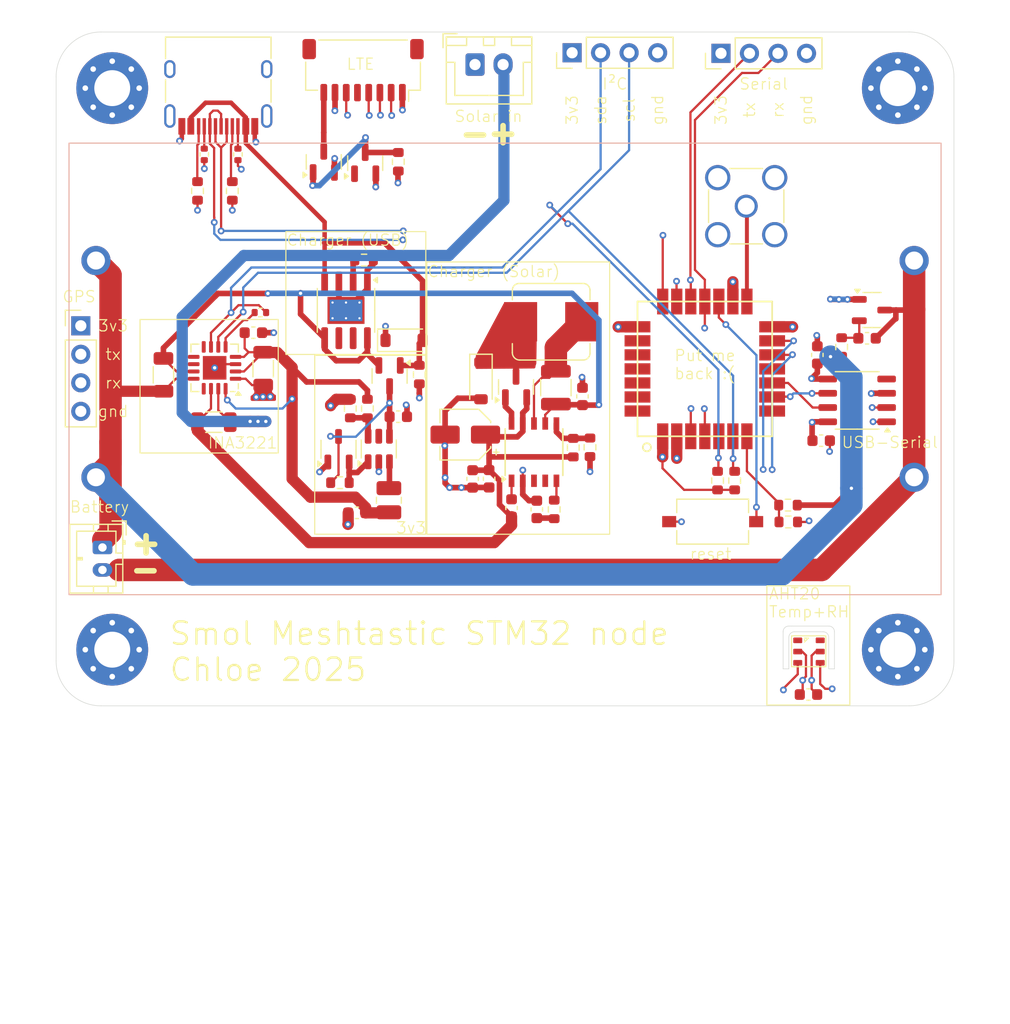
<source format=kicad_pcb>
(kicad_pcb (version 20241229) (generator "pcbnew") (generator_version "9.0")
  (layers (0 "F.Cu" signal) (4 "In1.Cu" signal) (6 "In2.Cu" signal) (2 "B.Cu" signal) (13 "F.Paste" user) (15 "B.Paste" user) (5 "F.SilkS" user "F.Silkscreen") (7 "B.SilkS" user "B.Silkscreen") (1 "F.Mask" user) (3 "B.Mask" user) (25 "Edge.Cuts" user))
  (net 0 "")
  (net 1 "Net-(Q1-G)")
  (net 2 "GND")
  (net 3 "+3V3")
  (net 4 "/usb_d+")
  (net 5 "/usb_d-")
  (net 6 "/lte_netlight")
  (net 7 "/lte_reset")
  (net 8 "/lte_pwrkey")
  (net 9 "/swdio")
  (net 10 "/swclk")
  (net 11 "/lpuart1_tx")
  (net 12 "/spi2_cs")
  (net 13 "/spi2_sck")
  (net 14 "/sda")
  (net 15 "/spi2_mosi")
  (net 16 "/uart2_rx")
  (net 17 "/uart1_tx")
  (net 18 "/scl")
  (net 19 "/uart1_rx")
  (net 20 "/uart2_tx")
  (net 21 "/lpuart1_rx")
  (net 22 "/spi2_miso")
  (net 23 "+5V")
  (net 24 "/lte_en")
  (net 25 "/solar_in")
  (net 26 "/batt+_ina")
  (net 27 "/batt+_pre")
  (net 28 "/batt-_unprot")
  (net 29 "/Vin")
  (net 30 "/3v3_pre")
  (net 31 "/!done")
  (net 32 "/!charging")
  (net 33 "/solar_in_ina")
  (net 34 "Net-(J7-Pin_8)")
  (net 39 "Net-(J2-SBU2)")
  (net 40 "Net-(J2-CC2)")
  (net 41 "Net-(J2-SBU1)")
  (net 42 "Net-(J2-CC1)")
  (net 43 "Net-(J3-In)")
  (net 44 "Net-(Q3-G)")
  (net 45 "Net-(U6-RST)")
  (net 46 "Net-(U1-~{RESET})")
  (net 48 "Net-(U2-SW)")
  (net 49 "Net-(U2-FB)")
  (net 50 "Net-(U3-COM)")
  (net 51 "Net-(U3-MPPT)")
  (net 52 "Net-(U3-CSP)")
  (net 53 "Net-(U3-VG)")
  (net 57 "Net-(U5-ISET)")
  (net 61 "Net-(C3-Pad1)")
  (net 62 "/batt_adc")
  (net 63 "/solar_sw")
  (net 64 "/~{lte_en}")
  (net 65 "Net-(U8-VDD)")
  (net 66 "Net-(U7-A0)")
  (footprint "Package_TO_SOT_SMD:SOT-23-3" (layer "F.Cu") (at 187.5 82.86)
    (property "Reference" "U8" (hide yes))
    (property "Value" "XB3306D")
  )
  (footprint "Capacitor_SMD:C_0603_1608Metric" (layer "F.Cu") (at 182.9692 94.488)
    (property "Reference" "C13" (hide yes))
    (property "Value" "100n")
  )
  (footprint "Package_SO:SOIC-8-1EP_3.9x4.9mm_P1.27mm_EP2.41x3.3mm_ThermalVias" (layer "F.Cu") (at 140.63 82.89 -90)
    (property "Reference" "U5" (hide yes))
    (property "Value" "CN3163")
  )
  (footprint "Package_SO:SOP-8_3.9x4.9mm_P1.27mm" (layer "F.Cu") (at 186.175 90.905 180)
    (property "Reference" "U4" (hide yes))
    (property "Value" "CH340N")
  )
  (footprint "Resistor_SMD:R_0603_1608Metric" (layer "F.Cu") (at 130.5 72.25 -90)
    (property "Reference" "R3" (hide yes))
    (property "Value" "5.1k")
  )
  (footprint "Resistor_SMD:R_1206_3216Metric" (layer "F.Cu") (at 133.25 88.0775 -90)
    (property "Reference" "R18" (hide yes))
    (property "Value" "0.1")
  )
  (footprint "Resistor_SMD:R_1206_3216Metric" (layer "F.Cu") (at 124.3625 88.6275 90)
    (property "Reference" "R16" (hide yes))
    (property "Value" "0.1")
  )
  (footprint "Connector_PinHeader_2.54mm:PinHeader_1x04_P2.54mm_Vertical" (layer "F.Cu") (at 174.04 60 90)
    (property "Reference" "J6" (hide yes))
    (property "Value" "Conn_01x04" (hide yes))
  )
  (footprint "Resistor_SMD:R_0603_1608Metric" (layer "F.Cu") (at 184.79 86.1525 -90)
    (property "Reference" "R20" (hide yes))
    (property "Value" "100")
  )
  (footprint "Package_TO_SOT_SMD:SOT-23-6" (layer "F.Cu") (at 143.55 95.23 90)
    (property "Reference" "U2" (hide yes))
    (property "Value" "TLV62568DDC")
  )
  (footprint "Resistor_SMD:R_0603_1608Metric" (layer "F.Cu") (at 180.0352 101.727)
    (property "Reference" "R15" (hide yes))
    (property "Value" "500k")
  )
  (footprint "Connector_PinHeader_2.54mm:PinHeader_1x04_P2.54mm_Vertical" (layer "F.Cu") (at 160.775 59.95 90)
    (property "Reference" "J5" (hide yes))
    (property "Value" "Conn_01x04" (hide yes))
  )
  (footprint "wio:LoRa-E5" (layer "F.Cu") (at 172.6 88.1 90)
    (property "Reference" "U6" (hide yes))
    (property "Value" "LoRa-E5")
  )
  (footprint "stary:AHT20" (layer "F.Cu") (at 181.88 113.268)
    (property "Reference" "U9" (hide yes))
    (property "Value" "AHT20")
  )
  (footprint "Resistor_SMD:R_0603_1608Metric" (layer "F.Cu") (at 175.26 98.044 90)
    (property "Reference" "R23" (hide yes))
    (property "Value" "5.1k")
  )
  (footprint "MountingHole:MountingHole_3.2mm_M3_Pad_Via" (layer "F.Cu") (at 189.8 113.1)
    (property "Reference" "H4" (hide yes))
    (property "Value" "MountingHole_Pad" (hide yes))
  )
  (footprint "Inductor_SMD:L_Bourns_SRP7028A_7.3x6.6mm" (layer "F.Cu") (at 158.91 83.9)
    (property "Reference" "L2" (hide yes))
    (property "Value" "SRP7050WA-100M")
  )
  (footprint "Resistor_SMD:R_0603_1608Metric" (layer "F.Cu") (at 173.736 98.044 90)
    (property "Reference" "R22" (hide yes))
    (property "Value" "5.1k")
  )
  (footprint "Package_TO_SOT_SMD:SOT-23" (layer "F.Cu") (at 142.34 69.7825 90)
    (property "Reference" "Q4" (hide yes))
    (property "Value" "2N7002K")
  )
  (footprint "Resistor_SMD:R_0402_1005Metric" (layer "F.Cu") (at 133 83.08)
    (property "Reference" "R21" (hide yes))
    (property "Value" "0")
  )
  (footprint "Resistor_SMD:R_0603_1608Metric" (layer "F.Cu") (at 180.0098 100.2284 180)
    (property "Reference" "R14" (hide yes))
    (property "Value" "1m")
  )
  (footprint "Connector_JST:JST_PH_B2B-PH-K_1x02_P2.00mm_Vertical" (layer "F.Cu") (at 118.93 104 -90)
    (property "Reference" "J9" (hide yes))
    (property "Value" "Conn_01x02")
  )
  (footprint "Capacitor_SMD:C_0603_1608Metric" (layer "F.Cu") (at 141.6 100.9175 180)
    (property "Reference" "C8" (hide yes))
    (property "Value" "10u")
  )
  (footprint "Connector_PinHeader_2.54mm:PinHeader_1x04_P2.54mm_Vertical" (layer "F.Cu") (at 117 84.26)
    (property "Reference" "J4" (hide yes))
    (property "Value" "Conn_01x04" (hide yes))
  )
  (footprint "Capacitor_SMD:C_0603_1608Metric" (layer "F.Cu") (at 132.375 84.875)
    (property "Reference" "C7" (hide yes))
    (property "Value" "100n")
  )
  (footprint "Package_SO:SSOP-10_3.9x4.9mm_P1.00mm" (layer "F.Cu") (at 157.38 95.51 90)
    (property "Reference" "U3" (hide yes))
    (property "Value" "CN3791")
  )
  (footprint "Diode_SMD:D_SOD-123" (layer "F.Cu") (at 145.8 85.55)
    (property "Reference" "D3" (hide yes))
    (property "Value" "D_Schottky")
  )
  (footprint "Resistor_SMD:R_1206_3216Metric" (layer "F.Cu") (at 128.85 92.84 180)
    (property "Reference" "R17" (hide yes))
    (property "Value" "0.1")
  )
  (footprint "Connector_USB:USB_C_Receptacle_HRO_TYPE-C-31-M-12" (layer "F.Cu") (at 129.25 62.455 180)
    (property "Reference" "J2" (hide yes))
    (property "Value" "USB_C_Receptacle_USB2.0_16P")
  )
  (footprint "Package_DFN_QFN:Texas_RGV0016A_VQFN-16-1EP_4x4mm_P0.65mm_EP2.1x2.1mm" (layer "F.Cu") (at 128.925 88.0025 180)
    (property "Reference" "U7" (hide yes))
    (property "Value" "INA3221")
  )
  (footprint "Inductor_SMD:L_1008_2520Metric" (layer "F.Cu") (at 144.45 99.7925 -90)
    (property "Reference" "L1" (hide yes))
    (property "Value" "2.2u")
  )
  (footprint "Package_TO_SOT_SMD:SOT-23-3" (layer "F.Cu") (at 139.9625 95.255 90)
    (property "Reference" "U1" (hide yes))
    (property "Value" "APX803L40-33SA-7")
  )
  (footprint "Resistor_SMD:R_0603_1608Metric" (layer "F.Cu") (at 141.0125 91.63 90)
    (property "Reference" "R8" (hide yes))
    (property "Value" "25.5k")
  )
  (footprint "Resistor_SMD:R_0603_1608Metric" (layer "F.Cu") (at 147.1625 88.605 90)
    (property "Reference" "R13" (hide yes))
    (property "Value" "100k")
  )
  (footprint "Capacitor_SMD:C_0603_1608Metric" (layer "F.Cu") (at 182.626 86.855 90)
    (property "Reference" "C12" (hide yes))
    (property "Value" "100n")
  )
  (footprint "Resistor_SMD:R_0603_1608Metric" (layer "F.Cu") (at 159.18 100.61 -90)
    (property "Reference" "R2" (hide yes))
    (property "Value" "120")
  )
  (footprint "MountingHole:MountingHole_3.2mm_M3_Pad_Via" (layer "F.Cu") (at 119.8 63.1)
    (property "Reference" "H1" (hide yes))
    (property "Value" "MountingHole_Pad" (hide yes))
  )
  (footprint "Connector_Coaxial:SMA_Amphenol_901-144_Vertical" (layer "F.Cu") (at 176.29 73.61)
    (property "Reference" "J3" (hide yes))
    (property "Value" "Conn_Coaxial")
  )
  (footprint "Package_TO_SOT_SMD:SOT-23" (layer "F.Cu") (at 138.6475 69.67 90)
    (property "Reference" "Q3" (hide yes))
    (property "Value" "AO3401A")
  )
  (footprint "Button_Switch_SMD:SW_Tactile_SPST_NO_Straight_CK_PTS636Sx25SMTRLFS" (layer "F.Cu") (at 173.3 101.7 180)
    (property "Reference" "SW1" (hide yes))
    (property "Value" "SW_Push")
  )
  (footprint "Resistor_SMD:R_0603_1608Metric" (layer "F.Cu") (at 160.88 95.11 90)
    (property "Reference" "R9" (hide yes))
    (property "Value" "178k")
  )
  (footprint "Resistor_SMD:R_0603_1608Metric" (layer "F.Cu") (at 142.24 78.41)
    (property "Reference" "R11" (hide yes))
    (property "Value" "1.18k")
  )
  (footprint "Connector_JST:JST_XH_B2B-XH-A_1x02_P2.50mm_Vertical" (layer "F.Cu") (at 152.125 61)
    (property "Reference" "J8" (hide yes))
    (property "Value" "Conn_01x02")
  )
  (footprint "MountingHole:MountingHole_3.2mm_M3_Pad_Via" (layer "F.Cu") (at 119.8 113.1)
    (property "Reference" "H2" (hide yes))
    (property "Value" "MountingHole_Pad" (hide yes))
  )
  (footprint "Capacitor_SMD:C_0603_1608Metric" (layer "F.Cu") (at 187.055 85.3725)
    (property "Reference" "C10" (hide yes))
    (property "Value" "0.1u")
  )
  (footprint "Resistor_SMD:R_0402_1005Metric" (layer "F.Cu") (at 131 69 90)
    (property "Reference" "R6" (hide yes))
    (property "Value" "0")
  )
  (footprint "Diode_SMD:D_SOD-123" (layer "F.Cu") (at 152.654 89.154 -90)
    (property "Reference" "D2" (hide yes))
    (property "Value" "D_Schottky_Small")
  )
  (footprint "Resistor_SMD:R_0603_1608Metric" (layer "F.Cu") (at 142.5375 91.63 -90)
    (property "Reference" "R7" (hide yes))
    (property "Value" "115k")
  )
  (footprint "Resistor_SMD:R_0603_1608Metric" (layer "F.Cu") (at 140.0875 98.23)
    (property "Reference" "R1" (hide yes))
    (property "Value" "100k")
  )
  (footprint "Resistor_SMD:R_0603_1608Metric" (layer "F.Cu") (at 145.29 69.655 90)
    (property "Reference" "R19" (hide yes))
    (property "Value" "100k")
  )
  (footprint "Package_TO_SOT_SMD:SOT-23" (layer "F.Cu") (at 144.5125 88.73 -90)
    (property "Reference" "Q2" (hide yes))
    (property "Value" "AO3401A")
  )
  (footprint "Capacitor_SMD:C_0603_1608Metric" (layer "F.Cu") (at 151.91 97.895 -90)
    (property "Reference" "C1" (hide yes))
    (property "Value" "10u")
  )
  (footprint "Resistor_SMD:R_0603_1608Metric" (layer "F.Cu") (at 162.37 95.08 -90)
    (property "Reference" "R10" (hide yes))
    (property "Value" "56k")
  )
  (footprint "Connector_JST:JST_SH_SM08B-SRSS-TB_1x08-1MP_P1.00mm_Horizontal" (layer "F.Cu") (at 142.15 61.5 180)
    (property "Reference" "J7" (hide yes))
    (property "Value" "Conn_01x08")
  )
  (footprint "Capacitor_SMD:C_0603_1608Metric" (layer "F.Cu") (at 153.38 97.88 -90)
    (property "Reference" "C5" (hide yes))
    (property "Value" "100n")
  )
  (footprint "MountingHole:MountingHole_3.2mm_M3_Pad_Via" (layer "F.Cu") (at 189.8 63.1)
    (property "Reference" "H3" (hide yes))
    (property "Value" "MountingHole_Pad" (hide yes))
  )
  (footprint "Capacitor_SMD:CP_Elec_4x5.4" (layer "F.Cu") (at 151.26 93.95 180)
    (property "Reference" "C2" (hide yes))
    (property "Value" "10u")
  )
  (footprint "Capacitor_SMD:C_0603_1608Metric" (layer "F.Cu") (at 181.836 117.094)
    (property "Reference" "C11" (hide yes))
    (property "Value" "100n")
  )
  (footprint "Package_TO_SOT_SMD:SOT-23" (layer "F.Cu") (at 155.78 89.71 90)
    (property "Reference" "Q1" (hide yes))
    (property "Value" "AO3401A")
  )
  (footprint "Resistor_SMD:R_0603_1608Metric" (layer "F.Cu") (at 127.4 72.25 -90)
    (property "Reference" "R4" (hide yes))
    (property "Value" "5.1k")
  )
  (footprint "Resistor_SMD:R_1210_3225Metric" (layer "F.Cu") (at 159.33 89.77 -90)
    (property "Reference" "R12" (hide yes))
    (property "Value" "50m")
  )
  (footprint "Resistor_SMD:R_0402_1005Metric" (layer "F.Cu") (at 128 69 -90)
    (property "Reference" "R5" (hide yes))
    (property "Value" "0")
  )
  (footprint "Capacitor_SMD:C_0603_1608Metric" (layer "F.Cu") (at 145.2875 92.355)
    (property "Reference" "C9" (hide yes))
    (property "Value" "10u")
  )
  (footprint "Capacitor_SMD:C_0603_1608Metric" (layer "F.Cu") (at 157.63 100.61 90)
    (property "Reference" "C3" (hide yes))
    (property "Value" "220nF")
  )
  (footprint "Capacitor_SMD:C_0603_1608Metric" (layer "F.Cu") (at 161.7 90.55 90)
    (property "Reference" "C6" (hide yes))
    (property "Value" "10u")
  )
  (footprint "Capacitor_SMD:C_0603_1608Metric" (layer "F.Cu") (at 155.38 100.485 90)
    (property "Reference" "C4" (hide yes))
    (property "Value" "100n")
  )
  (footprint "stary:BK-18650-PC4" (layer "B.Cu") (at 154.8 88.1)
    (property "Reference" "J1" (hide yes))
    (property "Value" "Conn_01x04")
  )
  (gr_rect (start 137.8425 86.89) (end 147.7295 102.819) (stroke (width 0.1)) (fill no) (layer "F.SilkS"))
  (gr_rect (start 147.832 78.575) (end 164.12 102.8225) (stroke (width 0.1)) (fill no) (layer "F.SilkS"))
  (gr_rect (start 122.2775 83.7) (end 134.59 95.5875) (stroke (width 0.1)) (fill no) (layer "F.SilkS"))
  (gr_rect (start 135.2725 75.873) (end 147.7395 86.81) (stroke (width 0.1)) (fill no) (layer "F.SilkS"))
  (gr_rect (start 178.1302 107.4166) (end 185.5216 118.0338) (stroke (width 0.1)) (fill no) (layer "F.SilkS"))
  (gr_line (start 179.578 114.808) (end 180.086 114.808) (stroke (width 0.05)) (layer "Edge.Cuts"))
  (gr_line (start 183.642 114.554) (end 183.642 114.808) (stroke (width 0.05)) (layer "Edge.Cuts"))
  (gr_line (start 190.8 118.1) (end 118.8 118.1) (stroke (width 0.05)) (layer "Edge.Cuts"))
  (gr_line (start 180.586 111.506) (end 183.142 111.506) (stroke (width 0.05)) (layer "Edge.Cuts"))
  (gr_line (start 183.642 112.006) (end 183.642 114.554) (stroke (width 0.05)) (layer "Edge.Cuts"))
  (gr_arc (start 194.8 114.1) (mid 193.628427 116.928427) (end 190.8 118.1) (stroke (width 0.05)) (layer "Edge.Cuts"))
  (gr_line (start 183.65 110.998) (end 180.34 110.998) (stroke (width 0.05)) (layer "Edge.Cuts"))
  (gr_line (start 114.8 114.1) (end 114.8 62.1) (stroke (width 0.05)) (layer "Edge.Cuts"))
  (gr_line (start 180.34 110.998) (end 180.078 110.998) (stroke (width 0.05)) (layer "Edge.Cuts"))
  (gr_arc (start 190.8 58.1) (mid 193.628427 59.271573) (end 194.8 62.1) (stroke (width 0.05)) (layer "Edge.Cuts"))
  (gr_line (start 179.578 111.498) (end 179.578 114.808) (stroke (width 0.05)) (layer "Edge.Cuts"))
  (gr_arc (start 114.8 62.1) (mid 115.971573 59.271573) (end 118.8 58.1) (stroke (width 0.05)) (layer "Edge.Cuts"))
  (gr_arc (start 180.086 112.006) (mid 180.232447 111.652447) (end 180.586 111.506) (stroke (width 0.05)) (layer "Edge.Cuts"))
  (gr_line (start 180.086 114.808) (end 180.086 112.006) (stroke (width 0.05)) (layer "Edge.Cuts"))
  (gr_line (start 184.15 114.808) (end 184.15 111.498) (stroke (width 0.05)) (layer "Edge.Cuts"))
  (gr_arc (start 118.8 118.1) (mid 115.971573 116.928427) (end 114.8 114.1) (stroke (width 0.05)) (layer "Edge.Cuts"))
  (gr_line (start 183.642 114.808) (end 184.15 114.808) (stroke (width 0.05)) (layer "Edge.Cuts"))
  (gr_line (start 118.8 58.1) (end 190.8 58.1) (stroke (width 0.05)) (layer "Edge.Cuts"))
  (gr_arc (start 183.142 111.506) (mid 183.495553 111.652447) (end 183.642 112.006) (stroke (width 0.05)) (layer "Edge.Cuts"))
  (gr_arc (start 183.65 110.998) (mid 184.003553 111.144447) (end 184.15 111.498) (stroke (width 0.05)) (layer "Edge.Cuts"))
  (gr_line (start 194.8 62.1) (end 194.8 114.1) (stroke (width 0.05)) (layer "Edge.Cuts"))
  (gr_arc (start 179.578 111.498) (mid 179.724447 111.144447) (end 180.078 110.998) (stroke (width 0.05)) (layer "Edge.Cuts"))
  (gr_text "-" (at 152.125 67.1325 0) (layer "F.SilkS") (effects (font (size 2 2) (thickness 0.5) (bold yes))))
  (gr_text "I²C" (at 164.585 62.725 0) (layer "F.SilkS") (effects (font (size 1 1) (thickness 0.1))))
  (gr_text "Put me\nback :(" (at 169.83 89.1 0) (layer "F.SilkS") (effects (font (size 1 1) (thickness 0.1)) (justify left bottom)))
  (gr_text "gnd" (at 168.395 65.0508 90) (layer "F.SilkS") (effects (font (size 1 1) (thickness 0.1))))
  (gr_text "3v3" (at 174.04 65.0508 90) (layer "F.SilkS") (effects (font (size 1 1) (thickness 0.1))))
  (gr_text "Charger (Solar)" (at 147.828 80.01 0) (layer "F.SilkS") (effects (font (size 1 1) (thickness 0.1)) (justify left bottom)))
  (gr_text "rx" (at 179.12 65.0508 90) (layer "F.SilkS") (effects (font (size 1 1) (thickness 0.1))))
  (gr_text "USB-Serial" (at 184.7342 95.2246 0) (layer "F.SilkS") (effects (font (size 1 1) (thickness 0.1)) (justify left bottom)))
  (gr_text "scl" (at 165.855 65.0508 90) (layer "F.SilkS") (effects (font (size 1 1) (thickness 0.1))))
  (gr_text "Smol Meshtastic STM32 node\nChloe 2025" (at 124.7902 116.0526 0) (layer "F.SilkS") (effects (font (size 2 2) (thickness 0.2)) (justify left bottom)))
  (gr_text "3v3" (at 145.034 102.83 0) (layer "F.SilkS") (effects (font (size 1 1) (thickness 0.1)) (justify left bottom)))
  (gr_text "INA3221" (at 128.26 95.27 0) (layer "F.SilkS") (effects (font (size 1 1) (thickness 0.1)) (justify left bottom)))
  (gr_text "Charger (USB)" (at 135.2725 77.216 0) (layer "F.SilkS") (effects (font (size 1 1) (thickness 0.1)) (justify left bottom)))
  (gr_text "3v3" (at 119.88 84.26 0) (layer "F.SilkS") (effects (font (size 1 1) (thickness 0.1))))
  (gr_text "3v3" (at 160.775 65.0508 90) (layer "F.SilkS") (effects (font (size 1 1) (thickness 0.1))))
  (gr_text "LTE" (at 140.62 61.55 0) (layer "F.SilkS") (effects (font (size 1 1) (thickness 0.1)) (justify left bottom)))
  (gr_text "reset" (at 171.196 105.156 0) (layer "F.SilkS") (effects (font (size 1 1) (thickness 0.1)) (justify left bottom)))
  (gr_text "rx" (at 119.88 89.34 0) (layer "F.SilkS") (effects (font (size 1 1) (thickness 0.1))))
  (gr_text "-" (at 121.19 107.11 0) (layer "F.SilkS") (effects (font (size 2 2) (thickness 0.5) (bold yes)) (justify left bottom)))
  (gr_text "Serial" (at 177.85 62.725 0) (layer "F.SilkS") (effects (font (size 1 1) (thickness 0.1))))
  (gr_text "tx" (at 119.88 86.8 0) (layer "F.SilkS") (effects (font (size 1 1) (thickness 0.1))))
  (gr_text "+" (at 121.25 104.75 0) (layer "F.SilkS") (effects (font (size 2 2) (thickness 0.5) (bold yes)) (justify left bottom)))
  (gr_text "AHT20\nTemp+RH" (at 178.2572 110.3122 0) (layer "F.SilkS") (effects (font (size 1 1) (thickness 0.1)) (justify left bottom)))
  (gr_text "+" (at 154.625 67.0626 0) (layer "F.SilkS") (effects (font (size 2 2) (thickness 0.5) (bold yes))))
  (gr_text "gnd" (at 119.88 91.88 0) (layer "F.SilkS") (effects (font (size 1 1) (thickness 0.1))))
  (gr_text "sda" (at 163.315 65.0508 90) (layer "F.SilkS") (effects (font (size 1 1) (thickness 0.1))))
  (gr_text "GPS" (at 115.3 82.25 0) (layer "F.SilkS") (effects (font (size 1 1) (thickness 0.1)) (justify left bottom)))
  (gr_text "Battery" (at 115.96 100.97 0) (layer "F.SilkS") (effects (font (size 1 1) (thickness 0.1)) (justify left bottom)))
  (gr_text "gnd" (at 181.66 65.0508 90) (layer "F.SilkS") (effects (font (size 1 1) (thickness 0.1))))
  (gr_text "Solar in\n" (at 150.241 66.1924 0) (layer "F.SilkS") (effects (font (size 1 1) (thickness 0.1)) (justify left bottom)))
  (gr_text "tx" (at 176.58 65.0508 90) (layer "F.SilkS") (effects (font (size 1 1) (thickness 0.1))))
  (segment (start 154.83 91.46) (end 154.83 90.6475) (width 0.5) (layer "F.Cu") (net 1))
  (segment (start 155.38 92.96) (end 155.38 92.01) (width 0.5) (layer "F.Cu") (net 1))
  (segment (start 155.38 92.01) (end 154.83 91.46) (width 0.5) (layer "F.Cu") (net 1))
  (segment (start 133.15 84.875) (end 134.185 84.875) (width 0.5) (layer "F.Cu") (net 2))
  (segment (start 182.480001 113.268) (end 182.118 113.630001) (width 0.2) (layer "F.Cu") (net 2))
  (segment (start 161.7 89.775) (end 161.7 88.88) (width 0.5) (layer "F.Cu") (net 2))
  (segment (start 139.7625 90.805) (end 141.0125 90.805) (width 1) (layer "F.Cu") (net 2))
  (segment (start 153.38 98.655) (end 151.925 98.655) (width 0.5) (layer "F.Cu") (net 2))
  (segment (start 178.6 84.35) (end 180.41 84.35) (width 1) (layer "F.Cu") (net 2))
  (segment (start 182.626 86.08) (end 182.626 85.1662) (width 0.5) (layer "F.Cu") (net 2))
  (segment (start 139.26 91.3075) (end 139.7625 90.805) (width 1) (layer "F.Cu") (net 2))
  (segment (start 139.995 82.255) (end 140.63 82.89) (width 0.5) (layer "F.Cu") (net 2))
  (segment (start 139.0125 96.3925) (end 139.0125 96.54) (width 0.5) (layer "F.Cu") (net 2))
  (segment (start 149.46 93.95) (end 149.46 97.78) (width 0.5) (layer "F.Cu") (net 2))
  (segment (start 143.29 71.89) (end 143.29 70.72) (width 0.5) (layer "F.Cu") (net 2))
  (segment (start 130.5 73.075) (end 130.5 73.975) (width 0.2) (layer "F.Cu") (net 2))
  (segment (start 140.825 101.9175) (end 140.8 101.9425) (width 1) (layer "F.Cu") (net 2))
  (segment (start 147.1675 90.69) (end 147.1675 90.26) (width 0.5) (layer "F.Cu") (net 2))
  (segment (start 182.118 113.630001) (end 182.118 115.824) (width 0.2) (layer "F.Cu") (net 2))
  (segment (start 132.5 67.8) (end 132.6 67.9) (width 0.4) (layer "F.Cu") (net 2))
  (segment (start 146.0625 92.355) (end 146.0625 91.38) (width 0.5) (layer "F.Cu") (net 2))
  (segment (start 147.1675 90.26) (end 147.1625 90.255) (width 0.5) (layer "F.Cu") (net 2))
  (segment (start 164.89 84.35) (end 164.88 84.36) (width 1) (layer "F.Cu") (net 2))
  (segment (start 143.065 78.41) (end 143.065 78.755) (width 0.5) (layer "F.Cu") (net 2))
  (segment (start 180.8602 101.727) (end 181.7878 101.727) (width 0.2) (layer "F.Cu") (net 2))
  (segment (start 182.88 113.268) (end 182.480001 113.268) (width 0.2) (layer "F.Cu") (net 2))
  (segment (start 142.535 79.285) (end 142.535 80.415) (width 0.5) (layer "F.Cu") (net 2))
  (segment (start 146.0625 91.38) (end 145.9875 91.305) (width 0.5) (layer "F.Cu") (net 2))
  (segment (start 142.535 80.415) (end 142.535 80.985) (width 0.5) (layer "F.Cu") (net 2))
  (segment (start 180.41 84.35) (end 180.42 84.36) (width 1) (layer "F.Cu") (net 2))
  (segment (start 188.8 90.27) (end 187.45 90.27) (width 0.5) (layer "F.Cu") (net 2))
  (segment (start 151.925 98.655) (end 151.91 98.67) (width 0.5) (layer "F.Cu") (net 2))
  (segment (start 149.46 91.84) (end 149.46 93.95) (width 0.5) (layer "F.Cu") (net 2))
  (segment (start 150.91 98.67) (end 149.86 98.67) (width 0.5) (layer "F.Cu") (net 2))
  (segment (start 170.51 101.7) (end 170.52 101.71) (width 0.2) (layer "F.Cu") (net 2))
  (segment (start 130.7875 87.6775) (end 129.25 87.6775) (width 0.2) (layer "F.Cu") (net 2))
  (segment (start 184.55 81.91) (end 183.81 81.91) (width 0.5) (layer "F.Cu") (net 2))
  (segment (start 145.65 65.04) (end 145.66 65.05) (width 0.5) (layer "F.Cu") (net 2))
  (segment (start 182.118 115.824) (end 182.118 116.601) (width 0.2) (layer "F.Cu") (net 2))
  (segment (start 150.5875 90.7125) (end 149.46 91.84) (width 0.5) (layer "F.Cu") (net 2))
  (segment (start 143.065 78.755) (end 142.535 79.285) (width 0.5) (layer "F.Cu") (net 2))
  (segment (start 183.7442 95.4272) (end 183.7182 95.4532) (width 0.2) (layer "F.Cu") (net 2))
  (segment (start 127.4 73.075) (end 127.4 73.975) (width 0.2) (layer "F.Cu") (net 2))
  (segment (start 162.37 95.905) (end 162.37 97.25) (width 0.5) (layer "F.Cu") (net 2))
  (segment (start 126 66.5) (end 126 67.6) (width 0.4) (layer "F.Cu") (net 2))
  (segment (start 129.25 87.6775) (end 128.925 88.0025) (width 0.2) (layer "F.Cu") (net 2))
  (segment (start 150.91 98.67) (end 151.91 98.67) (width 0.5) (layer "F.Cu") (net 2))
  (segment (start 181.7878 101.727) (end 181.8894 101.6254) (width 0.2) (layer "F.Cu") (net 2))
  (segment (start 140.825 100.9175) (end 140.825 101.9175) (width 1) (layer "F.Cu") (net 2))
  (segment (start 156.38 99.28) (end 156.38 98.06) (width 0.5) (layer "F.Cu") (net 2))
  (segment (start 149.43 94.94) (end 149.46 94.91) (width 0.5) (layer "F.Cu") (net 2))
  (segment (start 139.995 80.415) (end 139.995 82.255) (width 0.5) (layer "F.Cu") (net 2))
  (segment (start 139.26 91.38) (end 139.26 91.3075) (width 1) (layer "F.Cu") (net 2))
  (segment (start 169.425 101.7) (end 170.51 101.7) (width 0.2) (layer "F.Cu") (net 2))
  (segment (start 157.63 99.835) (end 156.935 99.835) (width 0.5) (layer "F.Cu") (net 2))
  (segment (start 182.626 85.1662) (end 182.5752 85.1154) (width 0.2) (layer "F.Cu") (net 2))
  (segment (start 132.5 66.5) (end 132.5 67.8) (width 0.4) (layer "F.Cu") (net 2))
  (segment (start 185.31 81.91) (end 184.55 81.91) (width 0.5) (layer "F.Cu") (net 2))
  (segment (start 149.46 94.91) (end 149.46 93.95) (width 0.5) (layer "F.Cu") (net 2))
  (segment (start 183.81 81.91) (end 183.79 81.89) (width 0.5) (layer "F.Cu") (net 2))
  (segment (start 143.55 96.3675) (end 143.55 97.2425) (width 0.5) (layer "F.Cu") (net 2))
  (segment (start 156.38 98.06) (end 156.38 97.11) (width 0.2) (layer "F.Cu") (net 2))
  (segment (start 145.65 63.5) (end 145.65 65.04) (width 0.5) (layer "F.Cu") (net 2))
  (segment (start 156.935 99.835) (end 156.38 99.28) (width 0.5) (layer "F.Cu") (net 2))
  (segment (start 183.7442 94.488) (end 183.7442 95.4272) (width 0.2) (layer "F.Cu") (net 2))
  (segment (start 153 90.7125) (end 150.5875 90.7125) (width 0.5) (layer "F.Cu") (net 2))
  (segment (start 175.1 82.1) (end 175.1 80.34) (width 1) (layer "F.Cu") (net 2))
  (segment (start 149.46 98.27) (end 149.46 97.78) (width 0.5) (layer "F.Cu") (net 2))
  (segment (start 182.118 116.601) (end 182.611 117.094) (width 0.2) (layer "F.Cu") (net 2))
  (segment (start 142.535 80.985) (end 140.63 82.89) (width 0.5) (layer "F.Cu") (net 2))
  (segment (start 147.1625 90.255) (end 147.1625 89.43) (width 0.5) (layer "F.Cu") (net 2))
  (segment (start 161.7 88.88) (end 161.66 88.84) (width 0.5) (layer "F.Cu") (net 2))
  (segment (start 186.3625 81.91) (end 185.31 81.91) (width 0.5) (layer "F.Cu") (net 2))
  (segment (start 149.86 98.67) (end 149.46 98.27) (width 0.5) (layer "F.Cu") (net 2))
  (segment (start 139.0125 96.54) (end 138.2775 97.275) (width 0.5) (layer "F.Cu") (net 2))
  (segment (start 166.6 84.35) (end 164.89 84.35) (width 1) (layer "F.Cu") (net 2))
  (segment (start 126 67.6) (end 125.8 67.8) (width 0.4) (layer "F.Cu") (net 2))
  (segment (start 143.28 71.9) (end 143.29 71.89) (width 0.5) (layer "F.Cu") (net 2))
  (segment (start 170.1 94.1) (end 170.1 96.06) (width 1) (layer "F.Cu") (net 2))
  (segment (start 143.55 97.2425) (end 143.5625 97.255) (width 0.5) (layer "F.Cu") (net 2))
  (segment (start 134.185 84.875) (end 134.1875 84.8775) (width 0.5) (layer "F.Cu") (net 2))
  (segment (start 187.45 90.27) (end 187.43 90.29) (width 0.5) (layer "F.Cu") (net 2))
  (via (at 149.86 98.67) (size 0.6) (drill 0.3) (layers "F.Cu" "B.Cu") (net 2))
  (via (at 182.118 115.824) (size 0.6) (drill 0.3) (layers "F.Cu" "B.Cu") (net 2))
  (via (at 183.79 81.89) (size 0.6) (drill 0.3) (layers "F.Cu" "B.Cu") (net 2))
  (via (at 143.28 71.9) (size 0.6) (drill 0.3) (layers "F.Cu" "B.Cu") (net 2))
  (via (at 156.38 97.11) (size 0.6) (drill 0.3) (layers "F.Cu" "B.Cu") (net 2))
  (via (at 181.8894 101.6254) (size 0.6) (drill 0.3) (layers "F.Cu" "B.Cu") (net 2))
  (via (at 182.5752 85.1154) (size 0.6) (drill 0.3) (layers "F.Cu" "B.Cu") (net 2))
  (via (at 170.52 101.71) (size 0.6) (drill 0.3) (layers "F.Cu" "B.Cu") (net 2))
  (via (at 162.37 97.25) (size 0.6) (drill 0.3) (layers "F.Cu" "B.Cu") (net 2))
  (via (at 139.26 91.38) (size 0.6) (drill 0.3) (layers "F.Cu" "B.Cu") (net 2))
  (via (at 183.7182 95.4532) (size 0.6) (drill 0.3) (layers "F.Cu" "B.Cu") (net 2))
  (via (at 164.88 84.36) (size 0.6) (drill 0.3) (layers "F.Cu" "B.Cu") (net 2))
  (via (at 175.1 80.34) (size 0.6) (drill 0.3) (layers "F.Cu" "B.Cu") (net 2))
  (via (at 138.2775 97.275) (size 0.6) (drill 0.3) (layers "F.Cu" "B.Cu") (net 2))
  (via (at 150.91 98.67) (size 0.6) (drill 0.3) (layers "F.Cu" "B.Cu") (net 2))
  (via (at 149.46 97.78) (size 0.6) (drill 0.3) (layers "F.Cu" "B.Cu") (net 2))
  (via (at 187.43 90.29) (size 0.6) (drill 0.3) (layers "F.Cu" "B.Cu") (net 2))
  (via (at 185.31 81.91) (size 0.6) (drill 0.3) (layers "F.Cu" "B.Cu") (net 2))
  (via (at 149.43 94.94) (size 0.6) (drill 0.3) (layers "F.Cu" "B.Cu") (net 2))
  (via (at 170.1 96.06) (size 0.6) (drill 0.3) (layers "F.Cu" "B.Cu") (net 2))
  (via (at 134.1875 84.8775) (size 0.6) (drill 0.3) (layers "F.Cu" "B.Cu") (net 2))
  (via (at 127.4 73.975) (size 0.6) (drill 0.3) (layers "F.Cu" "B.Cu") (net 2))
  (via (at 145.9875 91.305) (size 0.6) (drill 0.3) (layers "F.Cu" "B.Cu") (net 2))
  (via (at 161.66 88.84) (size 0.6) (drill 0.3) (layers "F.Cu" "B.Cu") (net 2))
  (via (at 143.5625 97.255) (size 0.6) (drill 0.3) (layers "F.Cu" "B.Cu") (net 2))
  (via (at 125.8 67.8) (size 0.6) (drill 0.3) (layers "F.Cu" "B.Cu") (net 2))
  (via (at 145.66 65.05) (size 0.6) (drill 0.3) (layers "F.Cu" "B.Cu") (net 2))
  (via (at 147.1675 90.69) (size 0.6) (drill 0.3) (layers "F.Cu" "B.Cu") (net 2))
  (via (at 180.42 84.36) (size 0.6) (drill 0.3) (layers "F.Cu" "B.Cu") (net 2))
  (via (at 128.925 88.0025) (size 0.6) (drill 0.3) (layers "F.Cu" "B.Cu") (net 2))
  (via (at 132.6 67.9) (size 0.6) (drill 0.3) (layers "F.Cu" "B.Cu") (net 2))
  (via (at 140.8 101.9425) (size 0.6) (drill 0.3) (layers "F.Cu" "B.Cu") (net 2))
  (via (at 184.55 81.91) (size 0.6) (drill 0.3) (layers "F.Cu" "B.Cu") (net 2))
  (via (at 130.5 73.975) (size 0.6) (drill 0.3) (layers "F.Cu" "B.Cu") (net 2))
  (segment (start 184.53 81.89) (end 184.55 81.91) (width 0.5) (layer "B.Cu") (net 2))
  (segment (start 184.55 81.91) (end 185.31 81.91) (width 0.5) (layer "B.Cu") (net 2))
  (segment (start 183.79 81.89) (end 184.53 81.89) (width 0.5) (layer "B.Cu") (net 2))
  (segment (start 168.85 95.92) (end 168.83 95.94) (width 1) (layer "F.Cu") (net 3))
  (segment (start 181.279999 113.268) (end 181.61 113.598001) (width 0.2) (layer "F.Cu") (net 3))
  (segment (start 132.25 89.54) (end 133.25 89.54) (width 0.2) (layer "F.Cu") (net 3))
  (segment (start 181.317997 115.824) (end 181.317997 116.837003) (width 0.2) (layer "F.Cu") (net 3))
  (segment (start 173.736 98.869) (end 170.751 98.869) (width 0.2) (layer "F.Cu") (net 3))
  (segment (start 182.2 92.81) (end 182.16 92.85) (width 0.5) (layer "F.Cu") (net 3))
  (segment (start 183.55 89) (end 182.15 89) (width 0.5) (layer "F.Cu") (net 3))
  (segment (start 182.16 92.85) (end 182.16 94.4538) (width 0.5) (layer "F.Cu") (net 3))
  (segment (start 130.7875 88.9775) (end 131.6875 88.9775) (width 0.2) (layer "F.Cu") (net 3))
  (segment (start 131.6875 88.9775) (end 132.25 89.54) (width 0.2) (layer "F.Cu") (net 3))
  (segment (start 181.317997 115.77406) (end 181.317997 115.824) (width 0.2) (layer "F.Cu") (net 3))
  (segment (start 182.11 88.96) (end 182.626 88.444) (width 0.5) (layer "F.Cu") (net 3))
  (segment (start 173.736 98.869) (end 175.26 98.869) (width 0.2) (layer "F.Cu") (net 3))
  (segment (start 170.751 98.869) (end 168.83 96.948) (width 0.2) (layer "F.Cu") (net 3))
  (segment (start 168.83 96.948) (end 168.83 95.94) (width 0.2) (layer "F.Cu") (net 3))
  (segment (start 182.15 89) (end 182.11 88.96) (width 0.5) (layer "F.Cu") (net 3))
  (segment (start 168.85 94.1) (end 168.85 95.92) (width 1) (layer "F.Cu") (net 3))
  (segment (start 139.65 63.5) (end 139.65 65.1) (width 0.5) (layer "F.Cu") (net 3))
  (segment (start 181.317997 116.837003) (end 181.061 117.094) (width 0.2) (layer "F.Cu") (net 3))
  (segment (start 180.88 113.268) (end 181.279999 113.268) (width 0.2) (layer "F.Cu") (net 3))
  (segment (start 182.626 88.444) (end 182.626 87.63) (width 0.5) (layer "F.Cu") (net 3))
  (segment (start 181.61 113.598001) (end 181.61 115.482057) (width 0.2) (layer "F.Cu") (net 3))
  (segment (start 133.25 90.5) (end 133.33 90.58) (width 0.2) (layer "F.Cu") (net 3))
  (segment (start 183.55 92.81) (end 182.2 92.81) (width 0.5) (layer "F.Cu") (net 3))
  (segment (start 139.65 65.1) (end 139.64 65.11) (width 0.5) (layer "F.Cu") (net 3))
  (segment (start 182.16 94.4538) (end 182.1942 94.488) (width 0.5) (layer "F.Cu") (net 3))
  (segment (start 181.61 115.482057) (end 181.317997 115.77406) (width 0.2) (layer "F.Cu") (net 3))
  (via (at 168.83 95.94) (size 0.6) (drill 0.3) (layers "F.Cu" "B.Cu") (net 3))
  (via (at 133.23 90.58) (size 0.6) (drill 0.3) (layers "F.Cu" "B.Cu") (net 3))
  (via (at 132.63 90.61) (size 0.6) (drill 0.3) (layers "F.Cu" "B.Cu") (net 3))
  (via (at 139.64 65.11) (size 0.6) (drill 0.3) (layers "F.Cu" "B.Cu") (net 3))
  (via (at 133.88 90.57) (size 0.6) (drill 0.3) (layers "F.Cu" "B.Cu") (net 3))
  (via (at 182.11 88.96) (size 0.6) (drill 0.3) (layers "F.Cu" "B.Cu") (net 3))
  (via (at 181.317997 115.824) (size 0.6) (drill 0.3) (layers "F.Cu" "B.Cu") (net 3))
  (via (at 182.16 92.85) (size 0.6) (drill 0.3) (layers "F.Cu" "B.Cu") (net 3))
  (segment (start 128.879 68.42866) (end 128.879 74.601) (width 0.2) (layer "F.Cu") (net 4))
  (segment (start 128.5 68.04966) (end 128.879 68.42866) (width 0.2) (layer "F.Cu") (net 4))
  (segment (start 188.8 92.81) (end 187.6 92.81) (width 0.2) (layer "F.Cu") (net 4))
  (segment (start 128.5 66.5) (end 128.5 68.04966) (width 0.2) (layer "F.Cu") (net 4))
  (segment (start 129.2 65.1) (end 129.5 65.4) (width 0.2) (layer "F.Cu") (net 4))
  (segment (start 128.5 66.5) (end 128.5 65.4) (width 0.2) (layer "F.Cu") (net 4))
  (segment (start 128.89 75.05) (end 128.89 74.612) (width 0.2) (layer "F.Cu") (net 4))
  (segment (start 128.89 74.612) (end 128.879 74.601) (width 0.2) (layer "F.Cu") (net 4))
  (segment (start 129.5 65.4) (end 129.5 66.5) (width 0.2) (layer "F.Cu") (net 4))
  (segment (start 128.8 65.1) (end 129.2 65.1) (width 0.2) (layer "F.Cu") (net 4))
  (segment (start 187.6 92.81) (end 187.59 92.8) (width 0.2) (layer "F.Cu") (net 4))
  (segment (start 128.5 65.4) (end 128.8 65.1) (width 0.2) (layer "F.Cu") (net 4))
  (via (at 187.59 92.8) (size 0.6) (drill 0.3) (layers "F.Cu" "B.Cu") (net 4))
  (via (at 128.89 75.05) (size 0.6) (drill 0.3) (layers "F.Cu" "B.Cu") (net 4))
  (via (at 145.69525 76.609248) (size 0.6) (drill 0.3) (layers "F.Cu" "B.Cu") (net 4))
  (segment (start 128.89 76.059943) (end 129.439305 76.609248) (width 0.2) (layer "B.Cu") (net 4))
  (segment (start 129.439305 76.609248) (end 145.69525 76.609248) (width 0.2) (layer "B.Cu") (net 4))
  (segment (start 128.89 75.05) (end 128.89 76.059943) (width 0.2) (layer "B.Cu") (net 4))
  (segment (start 188.8 91.54) (end 187.51 91.54) (width 0.2) (layer "F.Cu") (net 5))
  (segment (start 129 66.5) (end 129 67.898) (width 0.2) (layer "F.Cu") (net 5))
  (segment (start 129.501 68.4) (end 129.5 68.401) (width 0.2) (layer "F.Cu") (net 5))
  (segment (start 129.5 75.82) (end 129.5 68.401) (width 0.2) (layer "F.Cu") (net 5))
  (segment (start 129.501 68.399) (end 129.501 68.4) (width 0.2) (layer "F.Cu") (net 5))
  (segment (start 130 66.5) (end 130 67.901) (width 0.2) (layer "F.Cu") (net 5))
  (segment (start 130 67.901) (end 129.501 68.4) (width 0.2) (layer "F.Cu") (net 5))
  (segment (start 129 67.898) (end 129.501 68.399) (width 0.2) (layer "F.Cu") (net 5))
  (via (at 145.73 75.81) (size 0.6) (drill 0.3) (layers "F.Cu" "B.Cu") (net 5))
  (via (at 129.5 75.82) (size 0.6) (drill 0.3) (layers "F.Cu" "B.Cu") (net 5))
  (via (at 187.51 91.54) (size 0.6) (drill 0.3) (layers "F.Cu" "B.Cu") (net 5))
  (segment (start 145.73 75.81) (end 129.51 75.81) (width 0.2) (layer "B.Cu") (net 5))
  (segment (start 129.51 75.81) (end 129.5 75.82) (width 0.2) (layer "B.Cu") (net 5))
  (segment (start 142.65 65.48) (end 142.7 65.53) (width 0.2) (layer "F.Cu") (net 7))
  (segment (start 142.65 63.5) (end 142.65 65.48) (width 0.2) (layer "F.Cu") (net 7))
  (segment (start 170.08 80.29) (end 170.08 82.08) (width 0.2) (layer "F.Cu") (net 7))
  (segment (start 170.08 82.08) (end 170.1 82.1) (width 0.2) (layer "F.Cu") (net 7))
  (via (at 170.08 80.29) (size 0.6) (drill 0.3) (layers "F.Cu" "B.Cu") (net 7))
  (via (at 142.7 65.53) (size 0.6) (drill 0.3) (layers "F.Cu" "B.Cu") (net 7))
  (segment (start 168.85 76.24) (end 168.85 82.1) (width 0.2) (layer "F.Cu") (net 8))
  (segment (start 168.87 76.22) (end 168.85 76.24) (width 0.2) (layer "F.Cu") (net 8))
  (segment (start 168.87 76.2) (end 168.87 76.22) (width 0.2) (layer "F.Cu") (net 8))
  (segment (start 144.65 63.5) (end 144.65 65.49) (width 0.2) (layer "F.Cu") (net 8))
  (segment (start 144.65 65.49) (end 144.7 65.54) (width 0.2) (layer "F.Cu") (net 8))
  (via (at 144.7 65.54) (size 0.6) (drill 0.3) (layers "F.Cu" "B.Cu") (net 8))
  (via (at 168.87 76.2) (size 0.6) (drill 0.3) (layers "F.Cu" "B.Cu") (net 8))
  (segment (start 171.35 91.65) (end 171.35 94.1) (width 0.2) (layer "F.Cu") (net 9))
  (segment (start 128 70.26) (end 128.01 70.27) (width 0.2) (layer "F.Cu") (net 9))
  (segment (start 171.37 91.63) (end 171.35 91.65) (width 0.2) (layer "F.Cu") (net 9))
  (segment (start 128 69.51) (end 128 70.26) (width 0.2) (layer "F.Cu") (net 9))
  (via (at 128.01 70.27) (size 0.6) (drill 0.3) (layers "F.Cu" "B.Cu") (net 9))
  (via (at 171.37 91.63) (size 0.6) (drill 0.3) (layers "F.Cu" "B.Cu") (net 9))
  (segment (start 131 69.51) (end 131 70.02) (width 0.2) (layer "F.Cu") (net 10))
  (segment (start 172.6 91.68) (end 172.6 94.1) (width 0.2) (layer "F.Cu") (net 10))
  (segment (start 172.56 91.64) (end 172.6 91.68) (width 0.2) (layer "F.Cu") (net 10))
  (segment (start 131 70.02) (end 131.3 70.32) (width 0.2) (layer "F.Cu") (net 10))
  (via (at 172.56 91.64) (size 0.6) (drill 0.3) (layers "F.Cu" "B.Cu") (net 10))
  (via (at 131.3 70.32) (size 0.6) (drill 0.3) (layers "F.Cu" "B.Cu") (net 10))
  (segment (start 178.6 85.6) (end 180.51 85.6) (width 0.2) (layer "F.Cu") (net 11))
  (via (at 177.799999 97.055631) (size 0.6) (drill 0.3) (layers "F.Cu" "B.Cu") (net 11))
  (via (at 180.51 85.6) (size 0.6) (drill 0.3) (layers "F.Cu" "B.Cu") (net 11))
  (segment (start 177.799999 88.310001) (end 177.799999 97.055631) (width 0.2) (layer "B.Cu") (net 11))
  (segment (start 180.51 85.6) (end 177.799999 88.310001) (width 0.2) (layer "B.Cu") (net 11))
  (segment (start 183.9468 116.586) (end 183.32811 116.586) (width 0.2) (layer "F.Cu") (net 14))
  (segment (start 131.051 82.429) (end 130.39 83.09) (width 0.2) (layer "F.Cu") (net 14))
  (segment (start 158.78 73.56) (end 158.78 73.51) (width 0.2) (layer "F.Cu") (net 14))
  (segment (start 173.85 94.1) (end 173.85 95.99) (width 0.2) (layer "F.Cu") (net 14))
  (segment (start 173.85 95.99) (end 173.81 96.03) (width 0.2) (layer "F.Cu") (net 14))
  (segment (start 182.88 116.1542) (end 182.88 114.268) (width 0.2) (layer "F.Cu") (net 14))
  (segment (start 132.859 82.429) (end 131.051 82.429) (width 0.2) (layer "F.Cu") (net 14))
  (segment (start 173.81 96.03) (end 173.81 97.145) (width 0.2) (layer "F.Cu") (net 14))
  (segment (start 128.6 86.14) (end 128.6 84.88) (width 0.2) (layer "F.Cu") (net 14))
  (segment (start 128.6 84.88) (end 130.39 83.09) (width 0.2) (layer "F.Cu") (net 14))
  (segment (start 160.39 75.17) (end 158.78 73.56) (width 0.2) (layer "F.Cu") (net 14))
  (segment (start 173.81 97.145) (end 173.736 97.219) (width 0.2) (layer "F.Cu") (net 14))
  (segment (start 183.0438 116.318) (end 182.88 116.1542) (width 0.2) (layer "F.Cu") (net 14))
  (segment (start 133.51 83.08) (end 132.859 82.429) (width 0.2) (layer "F.Cu") (net 14))
  (segment (start 183.32811 116.586) (end 183.06011 116.318) (width 0.2) (layer "F.Cu") (net 14))
  (segment (start 183.06011 116.318) (end 183.0438 116.318) (width 0.2) (layer "F.Cu") (net 14))
  (via (at 160.39 75.17) (size 0.6) (drill 0.3) (layers "F.Cu" "B.Cu") (net 14))
  (via (at 173.81 96.03) (size 0.6) (drill 0.3) (layers "F.Cu" "B.Cu") (net 14))
  (via (at 158.78 73.51) (size 0.6) (drill 0.3) (layers "F.Cu" "B.Cu") (net 14))
  (via (at 130.39 83.09) (size 0.6) (drill 0.3) (layers "F.Cu" "B.Cu") (net 14))
  (via (at 183.9468 116.586) (size 0.6) (drill 0.3) (layers "F.Cu" "B.Cu") (net 14))
  (segment (start 130.39 80.88) (end 132.2 79.07) (width 0.2) (layer "B.Cu") (net 14))
  (segment (start 159.41 74.14) (end 158.78 73.51) (width 0.2) (layer "B.Cu") (net 14))
  (segment (start 163.315 70.315) (end 163.315 59.95) (width 0.2) (layer "B.Cu") (net 14))
  (segment (start 130.39 83.09) (end 130.39 80.88) (width 0.2) (layer "B.Cu") (net 14))
  (segment (start 159.41 74.22) (end 159.41 74.14) (width 0.2) (layer "B.Cu") (net 14))
  (segment (start 159.41 74.22) (end 163.315 70.315) (width 0.2) (layer "B.Cu") (net 14))
  (segment (start 154.56 79.07) (end 159.41 74.22) (width 0.2) (layer "B.Cu") (net 14))
  (segment (start 173.81 96.03) (end 173.81 88.17) (width 0.2) (layer "B.Cu") (net 14))
  (segment (start 132.2 79.07) (end 154.56 79.07) (width 0.2) (layer "B.Cu") (net 14))
  (segment (start 160.81 75.17) (end 160.39 75.17) (width 0.2) (layer "B.Cu") (net 14))
  (segment (start 173.81 88.17) (end 160.81 75.17) (width 0.2) (layer "B.Cu") (net 14))
  (segment (start 171.721 79.28) (end 172.6 80.159) (width 0.2) (layer "F.Cu") (net 16))
  (segment (start 172.6 80.159) (end 172.6 82.1) (width 0.2) (layer "F.Cu") (net 16))
  (segment (start 179.12 60) (end 177.37 61.75) (width 0.2) (layer "F.Cu") (net 16))
  (segment (start 172.6 84.45) (end 172.585 84.465) (width 0.2) (layer "F.Cu") (net 16))
  (segment (start 140.65 63.5) (end 140.65 65.39) (width 0.2) (layer "F.Cu") (net 16))
  (segment (start 171.721 65.939) (end 171.721 79.28) (width 0.2) (layer "F.Cu") (net 16))
  (segment (start 175.91 61.75) (end 171.721 65.939) (width 0.2) (layer "F.Cu") (net 16))
  (segment (start 140.65 65.39) (end 140.77 65.51) (width 0.2) (layer "F.Cu") (net 16))
  (segment (start 172.6 82.1) (end 172.6 84.45) (width 0.2) (layer "F.Cu") (net 16))
  (segment (start 177.37 61.75) (end 175.91 61.75) (width 0.2) (layer "F.Cu") (net 16))
  (via (at 172.585 84.465) (size 0.6) (drill 0.3) (layers "F.Cu" "B.Cu") (net 16))
  (via (at 140.77 65.51) (size 0.6) (drill 0.3) (layers "F.Cu" "B.Cu") (net 16))
  (segment (start 180.02 89.35) (end 178.6 89.35) (width 0.2) (layer "F.Cu") (net 17))
  (segment (start 183.55 91.54) (end 182.21 91.54) (width 0.2) (layer "F.Cu") (net 17))
  (segment (start 182.21 91.54) (end 180.02 89.35) (width 0.2) (layer "F.Cu") (net 17))
  (segment (start 175.12 96.09) (end 175.12 97.079) (width 0.2) (layer "F.Cu") (net 18))
  (segment (start 129.25 85.25) (end 131.47 83.03) (width 0.2) (layer "F.Cu") (net 18))
  (segment (start 179.6034 116.6876) (end 179.6034 116.5606) (width 0.2) (layer "F.Cu") (net 18))
  (segment (start 175.1 96.07) (end 175.12 96.09) (width 0.2) (layer "F.Cu") (net 18))
  (segment (start 180.88 115.284) (end 180.88 114.268) (width 0.2) (layer "F.Cu") (net 18))
  (segment (start 129.25 86.14) (end 129.25 85.25) (width 0.2) (layer "F.Cu") (net 18))
  (segment (start 180.848 114.3) (end 180.88 114.268) (width 0.2) (layer "F.Cu") (net 18))
  (segment (start 180.88 114.268) (end 181.001471 114.389471) (width 0.2) (layer "F.Cu") (net 18))
  (segment (start 179.6034 116.5606) (end 180.88 115.284) (width 0.2) (layer "F.Cu") (net 18))
  (segment (start 175.12 97.079) (end 175.26 97.219) (width 0.2) (layer "F.Cu") (net 18))
  (segment (start 175.1 94.1) (end 175.1 96.07) (width 0.2) (layer "F.Cu") (net 18))
  (via (at 131.47 83.03) (size 0.6) (drill 0.3) (layers "F.Cu" "B.Cu") (net 18))
  (via (at 175.12 96.09) (size 0.6) (drill 0.3) (layers "F.Cu" "B.Cu") (net 18))
  (via (at 179.6034 116.6876) (size 0.6) (drill 0.3) (layers "F.Cu" "B.Cu") (net 18))
  (segment (start 165.855 68.625) (end 165.855 59.95) (width 0.2) (layer "B.Cu") (net 18))
  (segment (start 131.47 80.86) (end 132.79 79.54) (width 0.2) (layer "B.Cu") (net 18))
  (segment (start 160.47 74.06) (end 175.12 88.71) (width 0.2) (layer "B.Cu") (net 18))
  (segment (start 132.79 79.54) (end 154.94 79.54) (width 0.2) (layer "B.Cu") (net 18))
  (segment (start 175.12 88.71) (end 175.12 96.09) (width 0.2) (layer "B.Cu") (net 18))
  (segment (start 154.94 79.54) (end 160.42 74.06) (width 0.2) (layer "B.Cu") (net 18))
  (segment (start 131.47 83.03) (end 131.47 80.86) (width 0.2) (layer "B.Cu") (net 18))
  (segment (start 160.47 74.06) (end 160.42 74.06) (width 0.2) (layer "B.Cu") (net 18))
  (segment (start 160.42 74.06) (end 165.855 68.625) (width 0.2) (layer "B.Cu") (net 18))
  (segment (start 178.63 90.57) (end 178.6 90.6) (width 0.2) (layer "F.Cu") (net 19))
  (segment (start 180.21 90.57) (end 178.63 90.57) (width 0.2) (layer "F.Cu") (net 19))
  (segment (start 183.55 90.27) (end 182.16 90.27) (width 0.2) (layer "F.Cu") (net 19))
  (segment (start 182.16 90.27) (end 182.15 90.28) (width 0.2) (layer "F.Cu") (net 19))
  (via (at 182.15 90.28) (size 0.6) (drill 0.3) (layers "F.Cu" "B.Cu") (net 19))
  (via (at 180.21 90.57) (size 0.6) (drill 0.3) (layers "F.Cu" "B.Cu") (net 19))
  (segment (start 182.15 90.28) (end 180.5 90.28) (width 0.2) (layer "B.Cu") (net 19))
  (segment (start 180.5 90.28) (end 180.21 90.57) (width 0.2) (layer "B.Cu") (net 19))
  (segment (start 171.32 65.26) (end 171.32 80.18) (width 0.2) (layer "F.Cu") (net 20))
  (segment (start 143.65 63.5) (end 143.65 65.46) (width 0.2) (layer "F.Cu") (net 20))
  (segment (start 176.58 60) (end 171.32 65.26) (width 0.2) (layer "F.Cu") (net 20))
  (segment (start 171.35 80.21) (end 171.32 80.18) (width 0.2) (layer "F.Cu") (net 20))
  (segment (start 171.35 82.1) (end 171.35 80.21) (width 0.2) (layer "F.Cu") (net 20))
  (segment (start 143.65 65.46) (end 143.7 65.51) (width 0.2) (layer "F.Cu") (net 20))
  (via (at 143.7 65.51) (size 0.6) (drill 0.3) (layers "F.Cu" "B.Cu") (net 20))
  (via (at 171.32 80.18) (size 0.6) (drill 0.3) (layers "F.Cu" "B.Cu") (net 20))
  (segment (start 178.6 86.85) (end 180.39 86.85) (width 0.2) (layer "F.Cu") (net 21))
  (segment (start 180.39 86.85) (end 180.41 86.83) (width 0.2) (layer "F.Cu") (net 21))
  (via (at 178.599862 97.070557) (size 0.6) (drill 0.3) (layers "F.Cu" "B.Cu") (net 21))
  (via (at 180.41 86.83) (size 0.6) (drill 0.3) (layers "F.Cu" "B.Cu") (net 21))
  (segment (start 178.599862 97.070557) (end 178.599862 88.640138) (width 0.2) (layer "B.Cu") (net 21))
  (segment (start 178.599862 88.640138) (end 180.41 86.83) (width 0.2) (layer "B.Cu") (net 21))
  (segment (start 147.45 85.55) (end 147.1625 85.8375) (width 0.5) (layer "F.Cu") (net 23))
  (segment (start 145.4625 87.7925) (end 147.15 87.7925) (width 0.5) (layer "F.Cu") (net 23))
  (segment (start 131.7 68) (end 138.725 75.025) (width 0.4) (layer "F.Cu") (net 23))
  (segment (start 128.11243 64.4) (end 130.38757 64.4) (width 0.4) (layer "F.Cu") (net 23))
  (segment (start 147.15 87.7925) (end 147.1625 87.78) (width 0.5) (layer "F.Cu") (net 23))
  (segment (start 147.45 80.26) (end 144.06 76.87) (width 0.5) (layer "F.Cu") (net 23))
  (segment (start 138.725 76.87) (end 138.725 80.415) (width 0.4) (layer "F.Cu") (net 23))
  (segment (start 144.06 76.87) (end 138.725 76.87) (width 0.5) (layer "F.Cu") (net 23))
  (segment (start 126.8 66.5) (end 126.8 65.71243) (width 0.4) (layer "F.Cu") (net 23))
  (segment (start 131.7 65.71243) (end 131.7 66.5) (width 0.4) (layer "F.Cu") (net 23))
  (segment (start 130.38757 64.4) (end 131.7 65.71243) (width 0.4) (layer "F.Cu") (net 23))
  (segment (start 147.1625 85.8375) (end 147.1625 87.78) (width 0.5) (layer "F.Cu") (net 23))
  (segment (start 147.45 85.55) (end 147.45 80.26) (width 0.5) (layer "F.Cu") (net 23))
  (segment (start 138.725 75.025) (end 138.725 76.87) (width 0.4) (layer "F.Cu") (net 23))
  (segment (start 131.7 66.5) (end 131.7 68) (width 0.4) (layer "F.Cu") (net 23))
  (segment (start 126.8 65.71243) (end 128.11243 64.4) (width 0.4) (layer "F.Cu") (net 23))
  (segment (start 129.25 91.7775) (end 130.3125 92.84) (width 0.2) (layer "F.Cu") (net 25))
  (segment (start 132.0875 92.7775) (end 132.7875 92.7775) (width 1) (layer "F.Cu") (net 25))
  (segment (start 130.375 92.7775) (end 130.3125 92.84) (width 1) (layer "F.Cu") (net 25))
  (segment (start 129.25 89.865) (end 129.25 91.7775) (width 0.2) (layer "F.Cu") (net 25))
  (segment (start 132.0875 92.7775) (end 130.375 92.7775) (width 1) (layer "F.Cu") (net 25))
  (segment (start 132.7875 92.7775) (end 133.4875 92.7775) (width 1) (layer "F.Cu") (net 25))
  (via (at 132.7875 92.7775) (size 0.6) (drill 0.3) (layers "F.Cu" "B.Cu") (net 25))
  (via (at 132.0875 92.7775) (size 0.6) (drill 0.3) (layers "F.Cu" "B.Cu") (net 25))
  (via (at 133.4875 92.7775) (size 0.6) (drill 0.3) (layers "F.Cu" "B.Cu") (net 25))
  (segment (start 126.0375 83.4875) (end 126.0375 92.0025) (width 1) (layer "B.Cu") (net 25))
  (segment (start 149.8 78) (end 131.525 78) (width 1) (layer "B.Cu") (net 25))
  (segment (start 154.7 62) (end 154.7 73.1) (width 1) (layer "B.Cu") (net 25))
  (segment (start 131.525 78) (end 126.0375 83.4875) (width 1) (layer "B.Cu") (net 25))
  (segment (start 154.7 73.1) (end 149.8 78) (width 1) (layer "B.Cu") (net 25))
  (segment (start 126.0375 92.0025) (end 126.8125 92.7775) (width 1) (layer "B.Cu") (net 25))
  (segment (start 126.8125 92.7775) (end 133.4875 92.7775) (width 1) (layer "B.Cu") (net 25))
  (segment (start 136.58 83.22) (end 136.58 81.37) (width 0.5) (layer "F.Cu") (net 26))
  (segment (start 129.23 81.37) (end 128.97 81.63) (width 0.5) (layer "F.Cu") (net 26))
  (segment (start 138.725 85.365) (end 136.58 83.22) (width 0.5) (layer "F.Cu") (net 26))
  (segment (start 143.5625 87.7925) (end 142.535 86.765) (width 0.5) (layer "F.Cu") (net 26))
  (segment (start 163.125 91.325) (end 163.16 91.29) (width 0.5) (layer "F.Cu") (net 26))
  (segment (start 142.535 86.575) (end 142.535 85.365) (width 0.5) (layer "F.Cu") (net 26))
  (segment (start 138.725 86.339999) (end 139.755001 87.37) (width 0.5) (layer "F.Cu") (net 26))
  (segment (start 124.3625 86.2375) (end 124.3625 87.165) (width 0.5) (layer "F.Cu") (net 26))
  (segment (start 159.3875 91.29) (end 159.33 91.2325) (width 0.5) (layer "F.Cu") (net 26))
  (segment (start 158.38 92.96) (end 158.38 92.1825) (width 0.2) (layer "F.Cu") (net 26))
  (segment (start 161.715 91.29) (end 159.3875 91.29) (width 0.5) (layer "F.Cu") (net 26))
  (segment (start 142.535 86.765) (end 142.535 86.575) (width 0.5) (layer "F.Cu") (net 26))
  (segment (start 133.67 81.38) (end 129.22 81.38) (width 0.5) (layer "F.Cu") (net 26))
  (segment (start 127.0625 88.3275) (end 125.525 88.3275) (width 0.2) (layer "F.Cu") (net 26))
  (segment (start 128.97 81.63) (end 124.3625 86.2375) (width 0.5) (layer "F.Cu") (net 26))
  (segment (start 141.74 87.37) (end 142.535 86.575) (width 0.5) (layer "F.Cu") (net 26))
  (segment (start 161.7 91.325) (end 163.125 91.325) (width 0.5) (layer "F.Cu") (net 26))
  (segment (start 139.755001 87.37) (end 141.74 87.37) (width 0.5) (layer "F.Cu") (net 26))
  (segment (start 129.22 81.38) (end 128.97 81.63) (width 0.5) (layer "F.Cu") (net 26))
  (segment (start 138.725 85.365) (end 138.725 86.339999) (width 0.5) (layer "F.Cu") (net 26))
  (segment (start 158.38 92.1825) (end 159.33 91.2325) (width 0.2) (layer "F.Cu") (net 26))
  (segment (start 125.525 88.3275) (end 124.3625 87.165) (width 0.2) (layer "F.Cu") (net 26))
  (via (at 163.16 91.29) (size 0.6) (drill 0.3) (layers "F.Cu" "B.Cu") (net 26))
  (via (at 133.67 81.38) (size 0.6) (drill 0.3) (layers "F.Cu" "B.Cu") (net 26))
  (via (at 136.58 81.37) (size 0.6) (drill 0.3) (layers "F.Cu" "B.Cu") (net 26))
  (segment (start 133.68 81.37) (end 133.67 81.38) (width 0.5) (layer "B.Cu") (net 26))
  (segment (start 133.68 81.37) (end 136.58 81.37) (width 0.5) (layer "B.Cu") (net 26))
  (segment (start 136.58 81.37) (end 160.77 81.37) (width 0.5) (layer "B.Cu") (net 26))
  (segment (start 163.16 83.76) (end 163.16 91.29) (width 0.5) (layer "B.Cu") (net 26))
  (segment (start 160.77 81.37) (end 163.16 83.76) (width 0.5) (layer "B.Cu") (net 26))
  (segment (start 180.8348 100.2284) (end 184.1614 100.2284) (width 0.5) (layer "F.Cu") (net 27))
  (segment (start 118.35 78.45) (end 119.65 79.75) (width 2) (layer "F.Cu") (net 27))
  (segment (start 119.65 99.87) (end 119.65 102.68) (width 2) (layer "F.Cu") (net 27))
  (segment (start 118.93 98.33) (end 118.35 97.75) (width 1) (layer "F.Cu") (net 27))
  (segment (start 119.65 99.05) (end 118.35 97.75) (width 2) (layer "F.Cu") (net 27))
  (segment (start 184.79 86.9775) (end 183.8325 86.9775) (width 0.2) (layer "F.Cu") (net 27))
  (segment (start 125.475 88.9775) (end 124.3625 90.09) (width 0.2) (layer "F.Cu") (net 27))
  (segment (start 119.65 96.45) (end 118.35 97.75) (width 2) (layer "F.Cu") (net 27))
  (segment (start 124.3625 90.09) (end 120.025 90.09) (width 1) (layer "F.Cu") (net 27))
  (segment (start 119.65 99.87) (end 119.65 99.05) (width 2) (layer "F.Cu") (net 27))
  (segment (start 119.65 79.75) (end 119.65 94.61) (width 2) (layer "F.Cu") (net 27))
  (segment (start 119.65 102.68) (end 119 103.33) (width 2) (layer "F.Cu") (net 27))
  (segment (start 184.1614 100.2284) (end 185.66 98.7298) (width 0.5) (layer "F.Cu") (net 27))
  (segment (start 119.65 94.61) (end 119.65 96.45) (width 2) (layer "F.Cu") (net 27))
  (segment (start 127.0625 88.9775) (end 125.475 88.9775) (width 0.2) (layer "F.Cu") (net 27))
  (segment (start 183.8325 86.9775) (end 183.8 87.01) (width 0.2) (layer "F.Cu") (net 27))
  (segment (start 119.65 94.61) (end 119.65 99.87) (width 2) (layer "F.Cu") (net 27))
  (via (at 183.8 87.01) (size 0.6) (drill 0.3) (layers "F.Cu" "B.Cu") (net 27))
  (via (at 185.66 98.7298) (size 0.6) (drill 0.3) (layers "F.Cu" "B.Cu") (net 27))
  (segment (start 183.8 87.01) (end 185.66 88.87) (width 2) (layer "B.Cu") (net 27))
  (segment (start 185.66 98.7298) (end 185.66 100.2) (width 2) (layer "B.Cu") (net 27))
  (segment (start 127 106.4) (end 118.35 97.75) (width 2) (layer "B.Cu") (net 27))
  (segment (start 185.66 88.87) (end 185.66 98.7298) (width 2) (layer "B.Cu") (net 27))
  (segment (start 127 106.4) (end 179.46 106.4) (width 2) (layer "B.Cu") (net 27))
  (segment (start 185.66 100.2) (end 179.46 106.4) (width 2) (layer "B.Cu") (net 27))
  (segment (start 191.19 82.86) (end 191.25 82.8) (width 0.5) (layer "F.Cu") (net 28))
  (segment (start 120.43 106) (end 183 106) (width 2) (layer "F.Cu") (net 28))
  (segment (start 191.25 82.8) (end 191.25 97.75) (width 2) (layer "F.Cu") (net 28))
  (segment (start 118.93 106) (end 120.43 106) (width 1) (layer "F.Cu") (net 28))
  (segment (start 189.64 82.86) (end 191.19 82.86) (width 0.5) (layer "F.Cu") (net 28))
  (segment (start 189.5625 83.64) (end 189.62 83.64) (width 0.5) (layer "F.Cu") (net 28))
  (segment (start 189.62 82.88) (end 189.64 82.86) (width 0.5) (layer "F.Cu") (net 28))
  (segment (start 120.42 106.01) (end 120.43 106) (width 2) (layer "F.Cu") (net 28))
  (segment (start 183 106) (end 191.25 97.75) (width 2) (layer "F.Cu") (net 28))
  (segment (start 187.83 85.3725) (end 189.5625 83.64) (width 0.5) (layer "F.Cu") (net 28))
  (segment (start 188.6375 82.86) (end 189.64 82.86) (width 0.5) (layer "F.Cu") (net 28))
  (segment (start 191.25 78.45) (end 191.25 82.8) (width 2) (layer "F.Cu") (net 28))
  (segment (start 189.62 83.64) (end 189.62 82.88) (width 0.5) (layer "F.Cu") (net 28))
  (segment (start 139.25 94.1) (end 139.945 94.1) (width 0.2) (layer "F.Cu") (net 29))
  (segment (start 139.945 94.1) (end 139.9625 94.1175) (width 0.2) (layer "F.Cu") (net 29))
  (segment (start 139.5975 70.6075) (end 139.5975 69.3825) (width 0.5) (layer "F.Cu") (net 29))
  (segment (start 144.15 85.55) (end 144.15 84.3) (width 0.5) (layer "F.Cu") (net 29))
  (segment (start 139.2625 98.23) (end 139.9625 97.53) (width 0.2) (layer "F.Cu") (net 29))
  (segment (start 145.26 71.54) (end 145.26 70.51) (width 0.5) (layer "F.Cu") (net 29))
  (segment (start 139.5975 69.3825) (end 139.62 69.36) (width 0.5) (layer "F.Cu") (net 29))
  (segment (start 144.5125 94.08) (end 144.5 94.0925) (width 0.5) (layer "F.Cu") (net 29))
  (segment (start 139.9625 97.53) (end 139.9625 94.1175) (width 0.2) (layer "F.Cu") (net 29))
  (segment (start 144.5125 92.355) (end 144.5125 91.135) (width 0.5) (layer "F.Cu") (net 29))
  (segment (start 145.26 70.51) (end 145.29 70.48) (width 0.5) (layer "F.Cu") (net 29))
  (segment (start 144.5125 92.355) (end 144.5125 94.08) (width 0.5) (layer "F.Cu") (net 29))
  (segment (start 144.5125 91.135) (end 144.5125 89.6675) (width 0.5) (layer "F.Cu") (net 29))
  (via (at 139.62 69.36) (size 0.6) (drill 0.3) (layers "F.Cu" "B.Cu") (net 29))
  (via (at 144.15 84.3) (size 0.6) (drill 0.3) (layers "F.Cu" "B.Cu") (net 29))
  (via (at 139.25 94.1) (size 0.6) (drill 0.3) (layers "F.Cu" "B.Cu") (net 29))
  (via (at 144.5125 91.135) (size 0.6) (drill 0.3) (layers "F.Cu" "B.Cu") (net 29))
  (via (at 145.26 71.54) (size 0.6) (drill 0.3) (layers "F.Cu" "B.Cu") (net 29))
  (segment (start 139.29 94.14) (end 141.5075 94.14) (width 0.2) (layer "B.Cu") (net 29))
  (segment (start 139.25 94.1) (end 139.29 94.14) (width 0.2) (layer "B.Cu") (net 29))
  (segment (start 141.5075 94.14) (end 144.5125 91.135) (width 0.2) (layer "B.Cu") (net 29))
  (segment (start 131.5375 87.0275) (end 130.7875 87.0275) (width 0.2) (layer "F.Cu") (net 30))
  (segment (start 133.275 86.64) (end 133.25 86.615) (width 1) (layer "F.Cu") (net 30))
  (segment (start 131.5375 88.3275) (end 130.7875 88.3275) (width 0.2) (layer "F.Cu") (net 30))
  (segment (start 134.5 86.64) (end 133.275 86.64) (width 1) (layer "F.Cu") (net 30))
  (segment (start 135.8275 97.8775) (end 137.47 99.52) (width 1) (layer "F.Cu") (net 30))
  (segment (start 142.375 100.9175) (end 144.4 100.9175) (width 1) (layer "F.Cu") (net 30))
  (segment (start 137.12 89.26) (end 135.8275 87.9675) (width 0.5) (layer "F.Cu") (net 30))
  (segment (start 129.9 90.725) (end 130.05 90.875) (width 0.2) (layer "F.Cu") (net 30))
  (segment (start 142.5375 90.01) (end 142.5375 90.805) (width 0.5) (layer "F.Cu") (net 30))
  (segment (start 137.4725 99.5175) (end 141.45 99.5175) (width 1) (layer "F.Cu") (net 30))
  (segment (start 131.6 86.265) (end 131.6 84.875) (width 0.2) (layer "F.Cu") (net 30))
  (segment (start 135.8275 90.77) (end 135.8275 97.8775) (width 1) (layer "F.Cu") (net 30))
  (segment (start 137.47 99.52) (end 137.4725 99.5175) (width 1) (layer "F.Cu") (net 30))
  (segment (start 141.45 99.5175) (end 142.375 100.4425) (width 1) (layer "F.Cu") (net 30))
  (segment (start 142.375 100.4425) (end 142.375 100.9175) (width 1) (layer "F.Cu") (net 30))
  (segment (start 133.25 86.615) (end 131.5375 88.3275) (width 0.2) (layer "F.Cu") (net 30))
  (segment (start 134.5 86.64) (end 135.8275 87.9675) (width 1) (layer "F.Cu") (net 30))
  (segment (start 135.8275 87.9675) (end 135.8275 90.77) (width 1) (layer "F.Cu") (net 30))
  (segment (start 144.4 100.9175) (end 144.45 100.8675) (width 1) (layer "F.Cu") (net 30))
  (segment (start 141.7875 89.26) (end 137.12 89.26) (width 0.5) (layer "F.Cu") (net 30))
  (segment (start 129.9 89.865) (end 129.9 90.725) (width 0.2) (layer "F.Cu") (net 30))
  (segment (start 131.95 86.615) (end 131.6 86.265) (width 0.2) (layer "F.Cu") (net 30))
  (segment (start 133.25 86.615) (end 131.95 86.615) (width 0.2) (layer "F.Cu") (net 30))
  (segment (start 141.7875 89.26) (end 142.5375 90.01) (width 0.5) (layer "F.Cu") (net 30))
  (segment (start 131.95 86.615) (end 131.5375 87.0275) (width 0.2) (layer "F.Cu") (net 30))
  (via (at 135.8275 90.77) (size 0.6) (drill 0.3) (layers "F.Cu" "B.Cu") (net 30))
  (via (at 130.05 90.875) (size 0.6) (drill 0.3) (layers "F.Cu" "B.Cu") (net 30))
  (segment (start 130.805 91.63) (end 134.9675 91.63) (width 0.2) (layer "B.Cu") (net 30))
  (segment (start 134.9675 91.63) (end 135.8275 90.77) (width 0.2) (layer "B.Cu") (net 30))
  (segment (start 130.05 90.875) (end 130.805 91.63) (width 0.2) (layer "B.Cu") (net 30))
  (segment (start 155.38 102.0225) (end 155.38 101.26) (width 1) (layer "F.Cu") (net 33))
  (segment (start 153.38 97.105) (end 153.38 96.05) (width 0.5) (layer "F.Cu") (net 33))
  (segment (start 153.365 97.12) (end 153.38 97.105) (width 0.5) (layer "F.Cu") (net 33))
  (segment (start 153.38 94.27) (end 153.06 93.95) (width 0.5) (layer "F.Cu") (net 33))
  (segment (start 153.8325 103.57) (end 155.38 102.0225) (width 1) (layer "F.Cu") (net 33))
  (segment (start 153.38 97.105) (end 154.306 98.031) (width 0.5) (layer "F.Cu") (net 33))
  (segment (start 156.73 91.66) (end 156.73 90.6475) (width 0.5) (layer "F.Cu") (net 33))
  (segment (start 153.26 94.15) (end 153.06 93.95) (width 0.5) (layer "F.Cu") (net 33))
  (segment (start 128.6 89.865) (end 128.6 91.6275) (width 0.2) (layer "F.Cu") (net 33))
  (segment (start 127.3875 92.84) (end 127.3875 93.5975) (width 1) (layer "F.Cu") (net 33))
  (segment (start 137.36 103.57) (end 153.8325 103.57) (width 1) (layer "F.Cu") (net 33))
  (segment (start 156.38 93.667) (end 155.897 94.15) (width 0.5) (layer "F.Cu") (net 33))
  (segment (start 156.38 92.96) (end 156.38 92.01) (width 0.5) (layer "F.Cu") (net 33))
  (segment (start 154.306 98.031) (end 154.306 100.186) (width 0.5) (layer "F.Cu") (net 33))
  (segment (start 153.495 95.935) (end 153.38 96.05) (width 0.5) (layer "F.Cu") (net 33))
  (segment (start 155.897 94.15) (end 153.26 94.15) (width 0.5) (layer "F.Cu") (net 33))
  (segment (start 128.6 91.6275) (end 127.3875 92.84) (width 0.2) (layer "F.Cu") (net 33))
  (segment (start 154.306 100.186) (end 155.38 101.26) (width 0.5) (layer "F.Cu") (net 33))
  (segment (start 153.38 96.05) (end 153.38 94.27) (width 0.5) (layer "F.Cu") (net 33))
  (segment (start 127.3875 93.5975) (end 137.36 103.57) (width 1) (layer "F.Cu") (net 33))
  (segment (start 153.495 95.935) (end 160.88 95.935) (width 0.5) (layer "F.Cu") (net 33))
  (segment (start 156.38 92.96) (end 156.38 93.667) (width 0.5) (layer "F.Cu") (net 33))
  (segment (start 156.38 92.01) (end 156.73 91.66) (width 0.5) (layer "F.Cu") (net 33))
  (segment (start 151.91 97.12) (end 153.365 97.12) (width 0.5) (layer "F.Cu") (net 33))
  (segment (start 138.6475 67.0525) (end 138.6475 68.7325) (width 0.5) (layer "F.Cu") (net 34))
  (segment (start 138.65 67.05) (end 138.6475 67.0525) (width 0.5) (layer "F.Cu") (net 34))
  (segment (start 138.65 63.5) (end 138.65 67.05) (width 0.5) (layer "F.Cu") (net 34))
  (segment (start 131 66.5) (end 131 68.49) (width 0.2) (layer "F.Cu") (net 39))
  (segment (start 127.5 66.5) (end 127.5 68.04966) (width 0.2) (layer "F.Cu") (net 40))
  (segment (start 127.5 68.04966) (end 127.379 68.17066) (width 0.2) (layer "F.Cu") (net 40))
  (segment (start 127.379 71.404) (end 127.4 71.425) (width 0.2) (layer "F.Cu") (net 40))
  (segment (start 127.379 68.17066) (end 127.379 71.404) (width 0.2) (layer "F.Cu") (net 40))
  (segment (start 128 66.5) (end 128 68.49) (width 0.2) (layer "F.Cu") (net 41))
  (segment (start 130.5 68.04966) (end 130.379 68.17066) (width 0.2) (layer "F.Cu") (net 42))
  (segment (start 130.5 66.5) (end 130.5 68.04966) (width 0.2) (layer "F.Cu") (net 42))
  (segment (start 130.379 71.304) (end 130.5 71.425) (width 0.2) (layer "F.Cu") (net 42))
  (segment (start 130.379 68.17066) (end 130.379 71.304) (width 0.2) (layer "F.Cu") (net 42))
  (segment (start 176.35 73.67) (end 176.29 73.61) (width 0.3493) (layer "F.Cu") (net 43))
  (segment (start 176.35 82.1) (end 176.35 73.67) (width 0.3493) (layer "F.Cu") (net 43))
  (segment (start 137.6975 70.6075) (end 137.6975 71.7325) (width 0.5) (layer "F.Cu") (net 44))
  (segment (start 142.37 68.815) (end 142.34 68.845) (width 0.5) (layer "F.Cu") (net 44))
  (segment (start 137.6975 71.7325) (end 137.65 71.78) (width 0.5) (layer "F.Cu") (net 44))
  (segment (start 145.29 68.83) (end 142.355 68.83) (width 0.5) (layer "F.Cu") (net 44))
  (segment (start 142.37 67.5) (end 142.37 68.815) (width 0.5) (layer "F.Cu") (net 44))
  (segment (start 142.355 68.83) (end 142.34 68.845) (width 0.5) (layer "F.Cu") (net 44))
  (via (at 142.37 67.5) (size 0.6) (drill 0.3) (layers "F.Cu" "B.Cu") (net 44))
  (via (at 137.65 71.78) (size 0.6) (drill 0.3) (layers "F.Cu" "B.Cu") (net 44))
  (segment (start 137.65 71.78) (end 138.262075 71.78) (width 0.5) (layer "B.Cu") (net 44))
  (segment (start 138.262075 71.78) (end 142.37 67.672075) (width 0.5) (layer "B.Cu") (net 44))
  (segment (start 142.37 67.672075) (end 142.37 67.5) (width 0.5) (layer "B.Cu") (net 44))
  (segment (start 173.85 82.1) (end 173.85 83.53) (width 0.2) (layer "F.Cu") (net 45))
  (segment (start 173.85 83.53) (end 174.47 84.15) (width 0.2) (layer "F.Cu") (net 45))
  (segment (start 177.2 100.41) (end 177.2 101.675) (width 0.2) (layer "F.Cu") (net 45))
  (segment (start 177.2 101.675) (end 177.175 101.7) (width 0.2) (layer "F.Cu") (net 45))
  (via (at 177.2 100.41) (size 0.6) (drill 0.3) (layers "F.Cu" "B.Cu") (net 45))
  (via (at 174.47 84.15) (size 0.6) (drill 0.3) (layers "F.Cu" "B.Cu") (net 45))
  (segment (start 177.2 86.88) (end 177.2 100.41) (width 0.2) (layer "B.Cu") (net 45))
  (segment (start 174.47 84.15) (end 177.2 86.88) (width 0.2) (layer "B.Cu") (net 45))
  (segment (start 141.6425 97.325) (end 140.9125 97.325) (width 0.5) (layer "F.Cu") (net 46))
  (segment (start 142.6 96.3675) (end 141.6425 97.325) (width 0.5) (layer "F.Cu") (net 46))
  (segment (start 140.9125 98.23) (end 140.9125 97.325) (width 0.5) (layer "F.Cu") (net 46))
  (segment (start 140.9125 97.325) (end 140.9125 96.3925) (width 0.5) (layer "F.Cu") (net 46))
  (segment (start 144.5 96.3675) (end 144.5 98.9675) (width 0.5) (layer "F.Cu") (net 48))
  (segment (start 141.0125 92.455) (end 142.5375 92.455) (width 0.5) (layer "F.Cu") (net 49))
  (segment (start 142.6 94.0925) (end 142.6 92.5175) (width 0.5) (layer "F.Cu") (net 49))
  (segment (start 142.6 92.5175) (end 142.5375 92.455) (width 0.5) (layer "F.Cu") (net 49))
  (segment (start 159.38 98.06) (end 159.38 99.585) (width 0.2) (layer "F.Cu") (net 50))
  (segment (start 159.38 99.585) (end 159.18 99.785) (width 0.2) (layer "F.Cu") (net 50))
  (segment (start 159.38 92.96) (end 159.38 93.71) (width 0.5) (layer "F.Cu") (net 51))
  (segment (start 159.38 93.71) (end 159.955 94.285) (width 0.5) (layer "F.Cu") (net 51))
  (segment (start 162.34 94.285) (end 162.37 94.255) (width 0.5) (layer "F.Cu") (net 51))
  (segment (start 160.88 94.285) (end 162.34 94.285) (width 0.5) (layer "F.Cu") (net 51))
  (segment (start 159.955 94.285) (end 160.88 94.285) (width 0.5) (layer "F.Cu") (net 51))
  (segment (start 159.33 87.68) (end 159.32 87.69) (width 2) (layer "F.Cu") (net 52))
  (segment (start 159.33 86.205) (end 159.33 87.68) (width 2) (layer "F.Cu") (net 52))
  (segment (start 157.38 89.59) (end 157.38 92.96) (width 0.2) (layer "F.Cu") (net 52))
  (segment (start 158.08 88.89) (end 157.38 89.59) (width 0.2) (layer "F.Cu") (net 52))
  (segment (start 158.7475 88.89) (end 158.08 88.89) (width 0.2) (layer "F.Cu") (net 52))
  (segment (start 159.33 88.3075) (end 158.7475 88.89) (width 0.2) (layer "F.Cu") (net 52))
  (segment (start 161.635 83.9) (end 159.33 86.205) (width 2) (layer "F.Cu") (net 52))
  (segment (start 155.38 99.71) (end 155.38 98.06) (width 0.2) (layer "F.Cu") (net 53))
  (segment (start 141.415 78.41) (end 141.265 78.56) (width 0.5) (layer "F.Cu") (net 57))
  (segment (start 141.265 78.56) (end 141.265 80.415) (width 0.5) (layer "F.Cu") (net 57))
  (segment (start 157.63 101.385) (end 159.13 101.385) (width 0.5) (layer "F.Cu") (net 61))
  (segment (start 159.13 101.385) (end 159.18 101.435) (width 0.5) (layer "F.Cu") (net 61))
  (segment (start 179.2102 100.2538) (end 179.1848 100.2284) (width 0.2) (layer "F.Cu") (net 62))
  (segment (start 179.1848 100.0384) (end 176.35 97.2036) (width 0.2) (layer "F.Cu") (net 62))
  (segment (start 176.35 97.2036) (end 176.35 94.1) (width 0.2) (layer "F.Cu") (net 62))
  (segment (start 179.2102 101.727) (end 179.2102 100.2538) (width 0.2) (layer "F.Cu") (net 62))
  (segment (start 179.1848 100.2284) (end 179.1848 100.0384) (width 0.2) (layer "F.Cu") (net 62))
  (segment (start 186.3625 83.81) (end 186.3625 85.29) (width 0.2) (layer "F.Cu") (net 65))
  (segment (start 186.235 85.3275) (end 186.28 85.3725) (width 0.2) (layer "F.Cu") (net 65))
  (segment (start 184.79 85.3275) (end 186.235 85.3275) (width 0.2) (layer "F.Cu") (net 65))
  (segment (start 186.3625 85.29) (end 186.28 85.3725) (width 0.2) (layer "F.Cu") (net 65))
  (segment (start 129.9 85.35) (end 131.5 83.75) (width 0.2) (layer "F.Cu") (net 66))
  (segment (start 131.5 83.75) (end 131.82 83.75) (width 0.2) (layer "F.Cu") (net 66))
  (segment (start 131.82 83.75) (end 132.49 83.08) (width 0.2) (layer "F.Cu") (net 66))
  (segment (start 129.9 86.14) (end 129.9 85.35) (width 0.2) (layer "F.Cu") (net 66))
  (zone (net 3) (net_name "+3V3") (layer "F.Cu") (priority 1) (connect_pads yes (clearance 0)) (min_thickness 0.25) (fill yes (thermal_gap 0.5) (thermal_bridge_width 0.5))
    (polygon (pts (xy 132.46 89.47) (xy 132.46 90.24) (xy 132.25 90.45) (xy 132.13 90.45) (xy 132.13 90.95) (xy 134.32 90.95) (xy 134.39 90.88) (xy 134.39 90.38) (xy 134.27 90.38) (xy 134.26 90.38) (xy 134.04 90.17) (xy 134.04 89.54) (xy 134.04 89.5) (xy 134.04 89.47)))
  )
  (zone (net 63) (net_name "/solar_sw") (layer "F.Cu") (priority 2) (connect_pads yes (clearance 0.5)) (min_thickness 0.25) (fill yes (thermal_gap 0.5) (thermal_bridge_width 0.5))
    (polygon (pts (xy 154.72 82.2) (xy 152.19 86.93) (xy 152.16 88.1) (xy 157.58 88.06) (xy 157.62 85.58) (xy 157.65 82.21)))
  )
)
</source>
